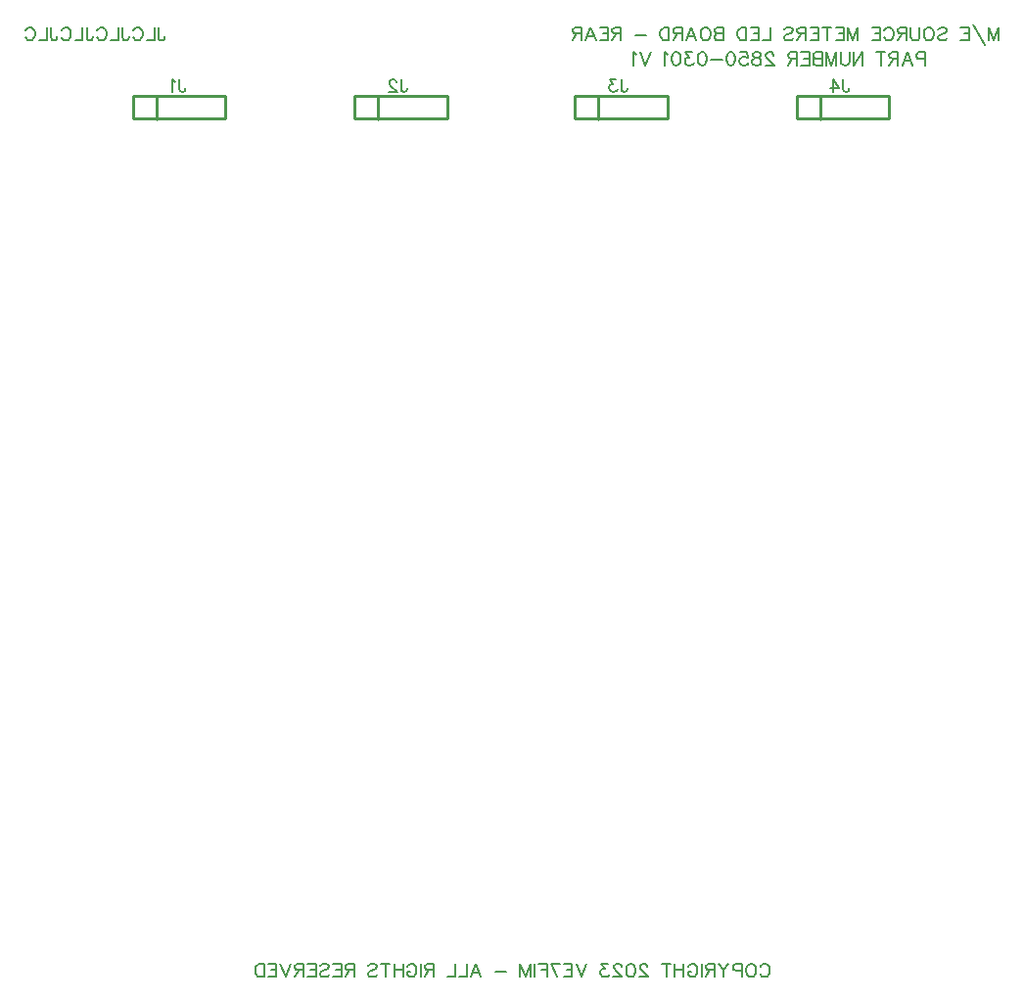
<source format=gbo>
G04 Layer: BottomSilkscreenLayer*
G04 EasyEDA v6.5.29, 2023-07-18 10:38:40*
G04 9c3e5ffd6bc94b6ca845c2a892670007,5a6b42c53f6a479593ecc07194224c93,10*
G04 Gerber Generator version 0.2*
G04 Scale: 100 percent, Rotated: No, Reflected: No *
G04 Dimensions in millimeters *
G04 leading zeros omitted , absolute positions ,4 integer and 5 decimal *
%FSLAX45Y45*%
%MOMM*%

%ADD10C,0.2032*%
%ADD11C,0.2030*%
%ADD12C,0.1524*%
%ADD13C,0.2540*%

%LPD*%
D10*
X1520187Y11576547D02*
G01*
X1520187Y11489171D01*
X1525775Y11472915D01*
X1531109Y11467327D01*
X1542031Y11461993D01*
X1552953Y11461993D01*
X1563875Y11467327D01*
X1569463Y11472915D01*
X1574797Y11489171D01*
X1574797Y11500093D01*
X1484373Y11576547D02*
G01*
X1484373Y11461993D01*
X1484373Y11461993D02*
G01*
X1418841Y11461993D01*
X1300985Y11549115D02*
G01*
X1306319Y11560037D01*
X1317241Y11570959D01*
X1328163Y11576547D01*
X1350007Y11576547D01*
X1360929Y11570959D01*
X1371851Y11560037D01*
X1377439Y11549115D01*
X1382773Y11532859D01*
X1382773Y11505681D01*
X1377439Y11489171D01*
X1371851Y11478249D01*
X1360929Y11467327D01*
X1350007Y11461993D01*
X1328163Y11461993D01*
X1317241Y11467327D01*
X1306319Y11478249D01*
X1300985Y11489171D01*
X1210561Y11576547D02*
G01*
X1210561Y11489171D01*
X1215895Y11472915D01*
X1221229Y11467327D01*
X1232151Y11461993D01*
X1243073Y11461993D01*
X1253995Y11467327D01*
X1259583Y11472915D01*
X1264917Y11489171D01*
X1264917Y11500093D01*
X1174493Y11576547D02*
G01*
X1174493Y11461993D01*
X1174493Y11461993D02*
G01*
X1108961Y11461993D01*
X991105Y11549115D02*
G01*
X996693Y11560037D01*
X1007615Y11570959D01*
X1018537Y11576547D01*
X1040127Y11576547D01*
X1051049Y11570959D01*
X1061971Y11560037D01*
X1067559Y11549115D01*
X1072893Y11532859D01*
X1072893Y11505681D01*
X1067559Y11489171D01*
X1061971Y11478249D01*
X1051049Y11467327D01*
X1040127Y11461993D01*
X1018537Y11461993D01*
X1007615Y11467327D01*
X996693Y11478249D01*
X991105Y11489171D01*
X900681Y11576547D02*
G01*
X900681Y11489171D01*
X906015Y11472915D01*
X911603Y11467327D01*
X922525Y11461993D01*
X933447Y11461993D01*
X944369Y11467327D01*
X949703Y11472915D01*
X955037Y11489171D01*
X955037Y11500093D01*
X864613Y11576547D02*
G01*
X864613Y11461993D01*
X864613Y11461993D02*
G01*
X799081Y11461993D01*
X681225Y11549115D02*
G01*
X686813Y11560037D01*
X697735Y11570959D01*
X708657Y11576547D01*
X730501Y11576547D01*
X741423Y11570959D01*
X752345Y11560037D01*
X757679Y11549115D01*
X763267Y11532859D01*
X763267Y11505681D01*
X757679Y11489171D01*
X752345Y11478249D01*
X741423Y11467327D01*
X730501Y11461993D01*
X708657Y11461993D01*
X697735Y11467327D01*
X686813Y11478249D01*
X681225Y11489171D01*
X590801Y11576547D02*
G01*
X590801Y11489171D01*
X596135Y11472915D01*
X601723Y11467327D01*
X612645Y11461993D01*
X623567Y11461993D01*
X634489Y11467327D01*
X639823Y11472915D01*
X645411Y11489171D01*
X645411Y11500093D01*
X554733Y11576547D02*
G01*
X554733Y11461993D01*
X554733Y11461993D02*
G01*
X489455Y11461993D01*
X371599Y11549115D02*
G01*
X376933Y11560037D01*
X387855Y11570959D01*
X398777Y11576547D01*
X420621Y11576547D01*
X431543Y11570959D01*
X442465Y11560037D01*
X447799Y11549115D01*
X453387Y11532859D01*
X453387Y11505681D01*
X447799Y11489171D01*
X442465Y11478249D01*
X431543Y11467327D01*
X420621Y11461993D01*
X398777Y11461993D01*
X387855Y11467327D01*
X376933Y11478249D01*
X371599Y11489171D01*
X8788400Y11576489D02*
G01*
X8788400Y11461945D01*
X8788400Y11576489D02*
G01*
X8744762Y11461945D01*
X8701128Y11576489D02*
G01*
X8744762Y11461945D01*
X8701128Y11576489D02*
G01*
X8701128Y11461945D01*
X8566945Y11598308D02*
G01*
X8665128Y11423764D01*
X8530945Y11576489D02*
G01*
X8530945Y11461945D01*
X8530945Y11576489D02*
G01*
X8460036Y11576489D01*
X8530945Y11521945D02*
G01*
X8487310Y11521945D01*
X8530945Y11461945D02*
G01*
X8460036Y11461945D01*
X8263674Y11560126D02*
G01*
X8274583Y11571036D01*
X8290946Y11576489D01*
X8312764Y11576489D01*
X8329127Y11571036D01*
X8340036Y11560126D01*
X8340036Y11549217D01*
X8334583Y11538308D01*
X8329127Y11532854D01*
X8318218Y11527399D01*
X8285492Y11516489D01*
X8274583Y11511036D01*
X8269127Y11505582D01*
X8263674Y11494673D01*
X8263674Y11478308D01*
X8274583Y11467399D01*
X8290946Y11461945D01*
X8312764Y11461945D01*
X8329127Y11467399D01*
X8340036Y11478308D01*
X8194946Y11576489D02*
G01*
X8205856Y11571036D01*
X8216765Y11560126D01*
X8222218Y11549217D01*
X8227674Y11532854D01*
X8227674Y11505582D01*
X8222218Y11489217D01*
X8216765Y11478308D01*
X8205856Y11467399D01*
X8194946Y11461945D01*
X8173128Y11461945D01*
X8162218Y11467399D01*
X8151309Y11478308D01*
X8145856Y11489217D01*
X8140400Y11505582D01*
X8140400Y11532854D01*
X8145856Y11549217D01*
X8151309Y11560126D01*
X8162218Y11571036D01*
X8173128Y11576489D01*
X8194946Y11576489D01*
X8104400Y11576489D02*
G01*
X8104400Y11494673D01*
X8098947Y11478308D01*
X8088038Y11467399D01*
X8071672Y11461945D01*
X8060766Y11461945D01*
X8044400Y11467399D01*
X8033491Y11478308D01*
X8028038Y11494673D01*
X8028038Y11576489D01*
X7992038Y11576489D02*
G01*
X7992038Y11461945D01*
X7992038Y11576489D02*
G01*
X7942948Y11576489D01*
X7926583Y11571036D01*
X7921129Y11565582D01*
X7915673Y11554673D01*
X7915673Y11543764D01*
X7921129Y11532854D01*
X7926583Y11527399D01*
X7942948Y11521945D01*
X7992038Y11521945D01*
X7953855Y11521945D02*
G01*
X7915673Y11461945D01*
X7797855Y11549217D02*
G01*
X7803311Y11560126D01*
X7814221Y11571036D01*
X7825130Y11576489D01*
X7846946Y11576489D01*
X7857855Y11571036D01*
X7868765Y11560126D01*
X7874220Y11549217D01*
X7879674Y11532854D01*
X7879674Y11505582D01*
X7874220Y11489217D01*
X7868765Y11478308D01*
X7857855Y11467399D01*
X7846946Y11461945D01*
X7825130Y11461945D01*
X7814221Y11467399D01*
X7803311Y11478308D01*
X7797855Y11489217D01*
X7761856Y11576489D02*
G01*
X7761856Y11461945D01*
X7761856Y11576489D02*
G01*
X7690947Y11576489D01*
X7761856Y11521945D02*
G01*
X7718219Y11521945D01*
X7761856Y11461945D02*
G01*
X7690947Y11461945D01*
X7570947Y11576489D02*
G01*
X7570947Y11461945D01*
X7570947Y11576489D02*
G01*
X7527312Y11461945D01*
X7483675Y11576489D02*
G01*
X7527312Y11461945D01*
X7483675Y11576489D02*
G01*
X7483675Y11461945D01*
X7447676Y11576489D02*
G01*
X7447676Y11461945D01*
X7447676Y11576489D02*
G01*
X7376767Y11576489D01*
X7447676Y11521945D02*
G01*
X7404039Y11521945D01*
X7447676Y11461945D02*
G01*
X7376767Y11461945D01*
X7302583Y11576489D02*
G01*
X7302583Y11461945D01*
X7340767Y11576489D02*
G01*
X7264402Y11576489D01*
X7228403Y11576489D02*
G01*
X7228403Y11461945D01*
X7228403Y11576489D02*
G01*
X7157493Y11576489D01*
X7228403Y11521945D02*
G01*
X7184765Y11521945D01*
X7228403Y11461945D02*
G01*
X7157493Y11461945D01*
X7121494Y11576489D02*
G01*
X7121494Y11461945D01*
X7121494Y11576489D02*
G01*
X7072403Y11576489D01*
X7056038Y11571036D01*
X7050585Y11565582D01*
X7045131Y11554673D01*
X7045131Y11543764D01*
X7050585Y11532854D01*
X7056038Y11527399D01*
X7072403Y11521945D01*
X7121494Y11521945D01*
X7083313Y11521945D02*
G01*
X7045131Y11461945D01*
X6932767Y11560126D02*
G01*
X6943676Y11571036D01*
X6960039Y11576489D01*
X6981858Y11576489D01*
X6998220Y11571036D01*
X7009129Y11560126D01*
X7009129Y11549217D01*
X7003676Y11538308D01*
X6998220Y11532854D01*
X6987313Y11527399D01*
X6954586Y11516489D01*
X6943676Y11511036D01*
X6938220Y11505582D01*
X6932767Y11494673D01*
X6932767Y11478308D01*
X6943676Y11467399D01*
X6960039Y11461945D01*
X6981858Y11461945D01*
X6998220Y11467399D01*
X7009129Y11478308D01*
X6812767Y11576489D02*
G01*
X6812767Y11461945D01*
X6812767Y11461945D02*
G01*
X6747314Y11461945D01*
X6711312Y11576489D02*
G01*
X6711312Y11461945D01*
X6711312Y11576489D02*
G01*
X6640403Y11576489D01*
X6711312Y11521945D02*
G01*
X6667677Y11521945D01*
X6711312Y11461945D02*
G01*
X6640403Y11461945D01*
X6604403Y11576489D02*
G01*
X6604403Y11461945D01*
X6604403Y11576489D02*
G01*
X6566222Y11576489D01*
X6549859Y11571036D01*
X6538950Y11560126D01*
X6533494Y11549217D01*
X6528041Y11532854D01*
X6528041Y11505582D01*
X6533494Y11489217D01*
X6538950Y11478308D01*
X6549859Y11467399D01*
X6566222Y11461945D01*
X6604403Y11461945D01*
X6408041Y11576489D02*
G01*
X6408041Y11461945D01*
X6408041Y11576489D02*
G01*
X6358950Y11576489D01*
X6342585Y11571036D01*
X6337132Y11565582D01*
X6331676Y11554673D01*
X6331676Y11543764D01*
X6337132Y11532854D01*
X6342585Y11527399D01*
X6358950Y11521945D01*
X6408041Y11521945D02*
G01*
X6358950Y11521945D01*
X6342585Y11516489D01*
X6337132Y11511036D01*
X6331676Y11500126D01*
X6331676Y11483764D01*
X6337132Y11472854D01*
X6342585Y11467399D01*
X6358950Y11461945D01*
X6408041Y11461945D01*
X6262951Y11576489D02*
G01*
X6273858Y11571036D01*
X6284767Y11560126D01*
X6290223Y11549217D01*
X6295677Y11532854D01*
X6295677Y11505582D01*
X6290223Y11489217D01*
X6284767Y11478308D01*
X6273858Y11467399D01*
X6262951Y11461945D01*
X6241133Y11461945D01*
X6230223Y11467399D01*
X6219314Y11478308D01*
X6213858Y11489217D01*
X6208405Y11505582D01*
X6208405Y11532854D01*
X6213858Y11549217D01*
X6219314Y11560126D01*
X6230223Y11571036D01*
X6241133Y11576489D01*
X6262951Y11576489D01*
X6128768Y11576489D02*
G01*
X6172405Y11461945D01*
X6128768Y11576489D02*
G01*
X6085133Y11461945D01*
X6156040Y11500126D02*
G01*
X6101496Y11500126D01*
X6049131Y11576489D02*
G01*
X6049131Y11461945D01*
X6049131Y11576489D02*
G01*
X6000041Y11576489D01*
X5983678Y11571036D01*
X5978222Y11565582D01*
X5972769Y11554673D01*
X5972769Y11543764D01*
X5978222Y11532854D01*
X5983678Y11527399D01*
X6000041Y11521945D01*
X6049131Y11521945D01*
X6010950Y11521945D02*
G01*
X5972769Y11461945D01*
X5936769Y11576489D02*
G01*
X5936769Y11461945D01*
X5936769Y11576489D02*
G01*
X5898588Y11576489D01*
X5882223Y11571036D01*
X5871314Y11560126D01*
X5865860Y11549217D01*
X5860404Y11532854D01*
X5860404Y11505582D01*
X5865860Y11489217D01*
X5871314Y11478308D01*
X5882223Y11467399D01*
X5898588Y11461945D01*
X5936769Y11461945D01*
X5740405Y11511036D02*
G01*
X5642223Y11511036D01*
X5522224Y11576489D02*
G01*
X5522224Y11461945D01*
X5522224Y11576489D02*
G01*
X5473133Y11576489D01*
X5456770Y11571036D01*
X5451314Y11565582D01*
X5445861Y11554673D01*
X5445861Y11543764D01*
X5451314Y11532854D01*
X5456770Y11527399D01*
X5473133Y11521945D01*
X5522224Y11521945D01*
X5484042Y11521945D02*
G01*
X5445861Y11461945D01*
X5409862Y11576489D02*
G01*
X5409862Y11461945D01*
X5409862Y11576489D02*
G01*
X5338952Y11576489D01*
X5409862Y11521945D02*
G01*
X5366224Y11521945D01*
X5409862Y11461945D02*
G01*
X5338952Y11461945D01*
X5259316Y11576489D02*
G01*
X5302953Y11461945D01*
X5259316Y11576489D02*
G01*
X5215679Y11461945D01*
X5286588Y11500126D02*
G01*
X5232044Y11500126D01*
X5179679Y11576489D02*
G01*
X5179679Y11461945D01*
X5179679Y11576489D02*
G01*
X5130589Y11576489D01*
X5114226Y11571036D01*
X5108770Y11565582D01*
X5103317Y11554673D01*
X5103317Y11543764D01*
X5108770Y11532854D01*
X5114226Y11527399D01*
X5130589Y11521945D01*
X5179679Y11521945D01*
X5141498Y11521945D02*
G01*
X5103317Y11461945D01*
X8153400Y11360589D02*
G01*
X8153400Y11246045D01*
X8153400Y11360589D02*
G01*
X8104309Y11360589D01*
X8087946Y11355136D01*
X8082490Y11349682D01*
X8077037Y11338773D01*
X8077037Y11322408D01*
X8082490Y11311498D01*
X8087946Y11306045D01*
X8104309Y11300589D01*
X8153400Y11300589D01*
X7997400Y11360589D02*
G01*
X8041035Y11246045D01*
X7997400Y11360589D02*
G01*
X7953763Y11246045D01*
X8024672Y11284226D02*
G01*
X7970128Y11284226D01*
X7917764Y11360589D02*
G01*
X7917764Y11246045D01*
X7917764Y11360589D02*
G01*
X7868673Y11360589D01*
X7852310Y11355136D01*
X7846855Y11349682D01*
X7841401Y11338773D01*
X7841401Y11327864D01*
X7846855Y11316954D01*
X7852310Y11311498D01*
X7868673Y11306045D01*
X7917764Y11306045D01*
X7879582Y11306045D02*
G01*
X7841401Y11246045D01*
X7767218Y11360589D02*
G01*
X7767218Y11246045D01*
X7805399Y11360589D02*
G01*
X7729037Y11360589D01*
X7609037Y11360589D02*
G01*
X7609037Y11246045D01*
X7609037Y11360589D02*
G01*
X7532674Y11246045D01*
X7532674Y11360589D02*
G01*
X7532674Y11246045D01*
X7496672Y11360589D02*
G01*
X7496672Y11278773D01*
X7491219Y11262408D01*
X7480310Y11251498D01*
X7463947Y11246045D01*
X7453038Y11246045D01*
X7436672Y11251498D01*
X7425766Y11262408D01*
X7420310Y11278773D01*
X7420310Y11360589D01*
X7384310Y11360589D02*
G01*
X7384310Y11246045D01*
X7384310Y11360589D02*
G01*
X7340673Y11246045D01*
X7297038Y11360589D02*
G01*
X7340673Y11246045D01*
X7297038Y11360589D02*
G01*
X7297038Y11246045D01*
X7261037Y11360589D02*
G01*
X7261037Y11246045D01*
X7261037Y11360589D02*
G01*
X7211946Y11360589D01*
X7195583Y11355136D01*
X7190130Y11349682D01*
X7184674Y11338773D01*
X7184674Y11327864D01*
X7190130Y11316954D01*
X7195583Y11311498D01*
X7211946Y11306045D01*
X7261037Y11306045D02*
G01*
X7211946Y11306045D01*
X7195583Y11300589D01*
X7190130Y11295136D01*
X7184674Y11284226D01*
X7184674Y11267864D01*
X7190130Y11256954D01*
X7195583Y11251498D01*
X7211946Y11246045D01*
X7261037Y11246045D01*
X7148675Y11360589D02*
G01*
X7148675Y11246045D01*
X7148675Y11360589D02*
G01*
X7077765Y11360589D01*
X7148675Y11306045D02*
G01*
X7105037Y11306045D01*
X7148675Y11246045D02*
G01*
X7077765Y11246045D01*
X7041766Y11360589D02*
G01*
X7041766Y11246045D01*
X7041766Y11360589D02*
G01*
X6992675Y11360589D01*
X6976310Y11355136D01*
X6970857Y11349682D01*
X6965401Y11338773D01*
X6965401Y11327864D01*
X6970857Y11316954D01*
X6976310Y11311498D01*
X6992675Y11306045D01*
X7041766Y11306045D01*
X7003585Y11306045D02*
G01*
X6965401Y11246045D01*
X6839948Y11333317D02*
G01*
X6839948Y11338773D01*
X6834492Y11349682D01*
X6829038Y11355136D01*
X6818129Y11360589D01*
X6796311Y11360589D01*
X6785401Y11355136D01*
X6779948Y11349682D01*
X6774492Y11338773D01*
X6774492Y11327864D01*
X6779948Y11316954D01*
X6790857Y11300589D01*
X6845401Y11246045D01*
X6769039Y11246045D01*
X6705767Y11360589D02*
G01*
X6722130Y11355136D01*
X6727583Y11344226D01*
X6727583Y11333317D01*
X6722130Y11322408D01*
X6711221Y11316954D01*
X6689402Y11311498D01*
X6673039Y11306045D01*
X6662130Y11295136D01*
X6656674Y11284226D01*
X6656674Y11267864D01*
X6662130Y11256954D01*
X6667583Y11251498D01*
X6683949Y11246045D01*
X6705767Y11246045D01*
X6722130Y11251498D01*
X6727583Y11256954D01*
X6733039Y11267864D01*
X6733039Y11284226D01*
X6727583Y11295136D01*
X6716674Y11306045D01*
X6700311Y11311498D01*
X6678493Y11316954D01*
X6667583Y11322408D01*
X6662130Y11333317D01*
X6662130Y11344226D01*
X6667583Y11355136D01*
X6683949Y11360589D01*
X6705767Y11360589D01*
X6555221Y11360589D02*
G01*
X6609765Y11360589D01*
X6615221Y11311498D01*
X6609765Y11316954D01*
X6593403Y11322408D01*
X6577040Y11322408D01*
X6560675Y11316954D01*
X6549765Y11306045D01*
X6544312Y11289682D01*
X6544312Y11278773D01*
X6549765Y11262408D01*
X6560675Y11251498D01*
X6577040Y11246045D01*
X6593403Y11246045D01*
X6609765Y11251498D01*
X6615221Y11256954D01*
X6620675Y11267864D01*
X6475585Y11360589D02*
G01*
X6491947Y11355136D01*
X6502857Y11338773D01*
X6508313Y11311498D01*
X6508313Y11295136D01*
X6502857Y11267864D01*
X6491947Y11251498D01*
X6475585Y11246045D01*
X6464675Y11246045D01*
X6448313Y11251498D01*
X6437403Y11267864D01*
X6431948Y11295136D01*
X6431948Y11311498D01*
X6437403Y11338773D01*
X6448313Y11355136D01*
X6464675Y11360589D01*
X6475585Y11360589D01*
X6395948Y11295136D02*
G01*
X6297767Y11295136D01*
X6229040Y11360589D02*
G01*
X6245402Y11355136D01*
X6256312Y11338773D01*
X6261768Y11311498D01*
X6261768Y11295136D01*
X6256312Y11267864D01*
X6245402Y11251498D01*
X6229040Y11246045D01*
X6218130Y11246045D01*
X6201768Y11251498D01*
X6190858Y11267864D01*
X6185402Y11295136D01*
X6185402Y11311498D01*
X6190858Y11338773D01*
X6201768Y11355136D01*
X6218130Y11360589D01*
X6229040Y11360589D01*
X6138494Y11360589D02*
G01*
X6078494Y11360589D01*
X6111222Y11316954D01*
X6094859Y11316954D01*
X6083950Y11311498D01*
X6078494Y11306045D01*
X6073040Y11289682D01*
X6073040Y11278773D01*
X6078494Y11262408D01*
X6089403Y11251498D01*
X6105768Y11246045D01*
X6122131Y11246045D01*
X6138494Y11251498D01*
X6143950Y11256954D01*
X6149403Y11267864D01*
X6004313Y11360589D02*
G01*
X6020676Y11355136D01*
X6031585Y11338773D01*
X6037041Y11311498D01*
X6037041Y11295136D01*
X6031585Y11267864D01*
X6020676Y11251498D01*
X6004313Y11246045D01*
X5993404Y11246045D01*
X5977041Y11251498D01*
X5966132Y11267864D01*
X5960676Y11295136D01*
X5960676Y11311498D01*
X5966132Y11338773D01*
X5977041Y11355136D01*
X5993404Y11360589D01*
X6004313Y11360589D01*
X5924677Y11338773D02*
G01*
X5913767Y11344226D01*
X5897405Y11360589D01*
X5897405Y11246045D01*
X5777405Y11360589D02*
G01*
X5733768Y11246045D01*
X5690133Y11360589D02*
G01*
X5733768Y11246045D01*
X5654131Y11338773D02*
G01*
X5643222Y11344226D01*
X5626859Y11360589D01*
X5626859Y11246045D01*
D11*
X6725381Y3446617D02*
G01*
X6730837Y3457526D01*
X6741746Y3468436D01*
X6752653Y3473889D01*
X6774472Y3473889D01*
X6785381Y3468436D01*
X6796290Y3457526D01*
X6801746Y3446617D01*
X6807200Y3430254D01*
X6807200Y3402982D01*
X6801746Y3386617D01*
X6796290Y3375708D01*
X6785381Y3364799D01*
X6774472Y3359345D01*
X6752653Y3359345D01*
X6741746Y3364799D01*
X6730837Y3375708D01*
X6725381Y3386617D01*
X6656654Y3473889D02*
G01*
X6667563Y3468436D01*
X6678472Y3457526D01*
X6683928Y3446617D01*
X6689382Y3430254D01*
X6689382Y3402982D01*
X6683928Y3386617D01*
X6678472Y3375708D01*
X6667563Y3364799D01*
X6656654Y3359345D01*
X6634835Y3359345D01*
X6623928Y3364799D01*
X6613019Y3375708D01*
X6607563Y3386617D01*
X6602110Y3402982D01*
X6602110Y3430254D01*
X6607563Y3446617D01*
X6613019Y3457526D01*
X6623928Y3468436D01*
X6634835Y3473889D01*
X6656654Y3473889D01*
X6566110Y3473889D02*
G01*
X6566110Y3359345D01*
X6566110Y3473889D02*
G01*
X6517017Y3473889D01*
X6500655Y3468436D01*
X6495200Y3462982D01*
X6489745Y3452073D01*
X6489745Y3435708D01*
X6495200Y3424799D01*
X6500655Y3419345D01*
X6517017Y3413889D01*
X6566110Y3413889D01*
X6453746Y3473889D02*
G01*
X6410109Y3419345D01*
X6410109Y3359345D01*
X6366474Y3473889D02*
G01*
X6410109Y3419345D01*
X6330472Y3473889D02*
G01*
X6330472Y3359345D01*
X6330472Y3473889D02*
G01*
X6281381Y3473889D01*
X6265019Y3468436D01*
X6259565Y3462982D01*
X6254109Y3452073D01*
X6254109Y3441164D01*
X6259565Y3430254D01*
X6265019Y3424799D01*
X6281381Y3419345D01*
X6330472Y3419345D01*
X6292291Y3419345D02*
G01*
X6254109Y3359345D01*
X6218110Y3473889D02*
G01*
X6218110Y3359345D01*
X6100292Y3446617D02*
G01*
X6105745Y3457526D01*
X6116655Y3468436D01*
X6127564Y3473889D01*
X6149383Y3473889D01*
X6160292Y3468436D01*
X6171201Y3457526D01*
X6176655Y3446617D01*
X6182111Y3430254D01*
X6182111Y3402982D01*
X6176655Y3386617D01*
X6171201Y3375708D01*
X6160292Y3364799D01*
X6149383Y3359345D01*
X6127564Y3359345D01*
X6116655Y3364799D01*
X6105745Y3375708D01*
X6100292Y3386617D01*
X6100292Y3402982D01*
X6127564Y3402982D02*
G01*
X6100292Y3402982D01*
X6064293Y3473889D02*
G01*
X6064293Y3359345D01*
X5987928Y3473889D02*
G01*
X5987928Y3359345D01*
X6064293Y3419345D02*
G01*
X5987928Y3419345D01*
X5913747Y3473889D02*
G01*
X5913747Y3359345D01*
X5951928Y3473889D02*
G01*
X5875566Y3473889D01*
X5750110Y3446617D02*
G01*
X5750110Y3452073D01*
X5744657Y3462982D01*
X5739201Y3468436D01*
X5728291Y3473889D01*
X5706475Y3473889D01*
X5695566Y3468436D01*
X5690110Y3462982D01*
X5684657Y3452073D01*
X5684657Y3441164D01*
X5690110Y3430254D01*
X5701019Y3413889D01*
X5755566Y3359345D01*
X5679201Y3359345D01*
X5610473Y3473889D02*
G01*
X5626839Y3468436D01*
X5637748Y3452073D01*
X5643201Y3424799D01*
X5643201Y3408436D01*
X5637748Y3381164D01*
X5626839Y3364799D01*
X5610473Y3359345D01*
X5599567Y3359345D01*
X5583201Y3364799D01*
X5572292Y3381164D01*
X5566839Y3408436D01*
X5566839Y3424799D01*
X5572292Y3452073D01*
X5583201Y3468436D01*
X5599567Y3473889D01*
X5610473Y3473889D01*
X5525383Y3446617D02*
G01*
X5525383Y3452073D01*
X5519930Y3462982D01*
X5514474Y3468436D01*
X5503565Y3473889D01*
X5481749Y3473889D01*
X5470839Y3468436D01*
X5465384Y3462982D01*
X5459930Y3452073D01*
X5459930Y3441164D01*
X5465384Y3430254D01*
X5476293Y3413889D01*
X5530839Y3359345D01*
X5454474Y3359345D01*
X5407566Y3473889D02*
G01*
X5347566Y3473889D01*
X5380294Y3430254D01*
X5363931Y3430254D01*
X5353022Y3424799D01*
X5347566Y3419345D01*
X5342112Y3402982D01*
X5342112Y3392073D01*
X5347566Y3375708D01*
X5358475Y3364799D01*
X5374838Y3359345D01*
X5391203Y3359345D01*
X5407566Y3364799D01*
X5413021Y3370254D01*
X5418475Y3381164D01*
X5222113Y3473889D02*
G01*
X5178475Y3359345D01*
X5134838Y3473889D02*
G01*
X5178475Y3359345D01*
X5098839Y3473889D02*
G01*
X5098839Y3359345D01*
X5098839Y3473889D02*
G01*
X5027929Y3473889D01*
X5098839Y3419345D02*
G01*
X5055204Y3419345D01*
X5098839Y3359345D02*
G01*
X5027929Y3359345D01*
X4915568Y3473889D02*
G01*
X4970111Y3359345D01*
X4991930Y3473889D02*
G01*
X4915568Y3473889D01*
X4879568Y3473889D02*
G01*
X4879568Y3359345D01*
X4879568Y3473889D02*
G01*
X4808659Y3473889D01*
X4879568Y3419345D02*
G01*
X4835931Y3419345D01*
X4772657Y3473889D02*
G01*
X4772657Y3359345D01*
X4736658Y3473889D02*
G01*
X4736658Y3359345D01*
X4736658Y3473889D02*
G01*
X4693023Y3359345D01*
X4649386Y3473889D02*
G01*
X4693023Y3359345D01*
X4649386Y3473889D02*
G01*
X4649386Y3359345D01*
X4529386Y3408436D02*
G01*
X4431205Y3408436D01*
X4267568Y3473889D02*
G01*
X4311205Y3359345D01*
X4267568Y3473889D02*
G01*
X4223933Y3359345D01*
X4294840Y3397526D02*
G01*
X4240296Y3397526D01*
X4187931Y3473889D02*
G01*
X4187931Y3359345D01*
X4187931Y3359345D02*
G01*
X4122478Y3359345D01*
X4086479Y3473889D02*
G01*
X4086479Y3359345D01*
X4086479Y3359345D02*
G01*
X4021023Y3359345D01*
X3901023Y3473889D02*
G01*
X3901023Y3359345D01*
X3901023Y3473889D02*
G01*
X3851932Y3473889D01*
X3835570Y3468436D01*
X3830114Y3462982D01*
X3824660Y3452073D01*
X3824660Y3441164D01*
X3830114Y3430254D01*
X3835570Y3424799D01*
X3851932Y3419345D01*
X3901023Y3419345D01*
X3862842Y3419345D02*
G01*
X3824660Y3359345D01*
X3788661Y3473889D02*
G01*
X3788661Y3359345D01*
X3670843Y3446617D02*
G01*
X3676296Y3457526D01*
X3687206Y3468436D01*
X3698115Y3473889D01*
X3719934Y3473889D01*
X3730843Y3468436D01*
X3741752Y3457526D01*
X3747206Y3446617D01*
X3752659Y3430254D01*
X3752659Y3402982D01*
X3747206Y3386617D01*
X3741752Y3375708D01*
X3730843Y3364799D01*
X3719934Y3359345D01*
X3698115Y3359345D01*
X3687206Y3364799D01*
X3676296Y3375708D01*
X3670843Y3386617D01*
X3670843Y3402982D01*
X3698115Y3402982D02*
G01*
X3670843Y3402982D01*
X3634841Y3473889D02*
G01*
X3634841Y3359345D01*
X3558479Y3473889D02*
G01*
X3558479Y3359345D01*
X3634841Y3419345D02*
G01*
X3558479Y3419345D01*
X3484298Y3473889D02*
G01*
X3484298Y3359345D01*
X3522479Y3473889D02*
G01*
X3446117Y3473889D01*
X3333752Y3457526D02*
G01*
X3344661Y3468436D01*
X3361024Y3473889D01*
X3382843Y3473889D01*
X3399205Y3468436D01*
X3410115Y3457526D01*
X3410115Y3446617D01*
X3404661Y3435708D01*
X3399205Y3430254D01*
X3388296Y3424799D01*
X3355571Y3413889D01*
X3344661Y3408436D01*
X3339205Y3402982D01*
X3333752Y3392073D01*
X3333752Y3375708D01*
X3344661Y3364799D01*
X3361024Y3359345D01*
X3382843Y3359345D01*
X3399205Y3364799D01*
X3410115Y3375708D01*
X3213752Y3473889D02*
G01*
X3213752Y3359345D01*
X3213752Y3473889D02*
G01*
X3164662Y3473889D01*
X3148296Y3468436D01*
X3142843Y3462982D01*
X3137390Y3452073D01*
X3137390Y3441164D01*
X3142843Y3430254D01*
X3148296Y3424799D01*
X3164662Y3419345D01*
X3213752Y3419345D01*
X3175571Y3419345D02*
G01*
X3137390Y3359345D01*
X3101388Y3473889D02*
G01*
X3101388Y3359345D01*
X3101388Y3473889D02*
G01*
X3030479Y3473889D01*
X3101388Y3419345D02*
G01*
X3057753Y3419345D01*
X3101388Y3359345D02*
G01*
X3030479Y3359345D01*
X2918117Y3457526D02*
G01*
X2929026Y3468436D01*
X2945389Y3473889D01*
X2967207Y3473889D01*
X2983570Y3468436D01*
X2994479Y3457526D01*
X2994479Y3446617D01*
X2989026Y3435708D01*
X2983570Y3430254D01*
X2972661Y3424799D01*
X2939935Y3413889D01*
X2929026Y3408436D01*
X2923570Y3402982D01*
X2918117Y3392073D01*
X2918117Y3375708D01*
X2929026Y3364799D01*
X2945389Y3359345D01*
X2967207Y3359345D01*
X2983570Y3364799D01*
X2994479Y3375708D01*
X2882117Y3473889D02*
G01*
X2882117Y3359345D01*
X2882117Y3473889D02*
G01*
X2811208Y3473889D01*
X2882117Y3419345D02*
G01*
X2838480Y3419345D01*
X2882117Y3359345D02*
G01*
X2811208Y3359345D01*
X2775209Y3473889D02*
G01*
X2775209Y3359345D01*
X2775209Y3473889D02*
G01*
X2726118Y3473889D01*
X2709753Y3468436D01*
X2704299Y3462982D01*
X2698843Y3452073D01*
X2698843Y3441164D01*
X2704299Y3430254D01*
X2709753Y3424799D01*
X2726118Y3419345D01*
X2775209Y3419345D01*
X2737025Y3419345D02*
G01*
X2698843Y3359345D01*
X2662844Y3473889D02*
G01*
X2619207Y3359345D01*
X2575572Y3473889D02*
G01*
X2619207Y3359345D01*
X2539573Y3473889D02*
G01*
X2539573Y3359345D01*
X2539573Y3473889D02*
G01*
X2468664Y3473889D01*
X2539573Y3419345D02*
G01*
X2495936Y3419345D01*
X2539573Y3359345D02*
G01*
X2468664Y3359345D01*
X2432662Y3473889D02*
G01*
X2432662Y3359345D01*
X2432662Y3473889D02*
G01*
X2394480Y3473889D01*
X2378118Y3468436D01*
X2367208Y3457526D01*
X2361755Y3446617D01*
X2356299Y3430254D01*
X2356299Y3402982D01*
X2361755Y3386617D01*
X2367208Y3375708D01*
X2378118Y3364799D01*
X2394480Y3359345D01*
X2432662Y3359345D01*
D12*
X3618369Y11126238D02*
G01*
X3618369Y11043112D01*
X3623566Y11027524D01*
X3628760Y11022329D01*
X3639151Y11017135D01*
X3649543Y11017135D01*
X3659934Y11022329D01*
X3665131Y11027524D01*
X3670325Y11043112D01*
X3670325Y11053503D01*
X3578885Y11100262D02*
G01*
X3578885Y11105456D01*
X3573691Y11115847D01*
X3568494Y11121044D01*
X3558103Y11126238D01*
X3537320Y11126238D01*
X3526929Y11121044D01*
X3521735Y11115847D01*
X3516541Y11105456D01*
X3516541Y11095065D01*
X3521735Y11084674D01*
X3532126Y11069088D01*
X3584079Y11017135D01*
X3511344Y11017135D01*
X5523369Y11126238D02*
G01*
X5523369Y11043112D01*
X5528566Y11027524D01*
X5533760Y11022329D01*
X5544151Y11017135D01*
X5554543Y11017135D01*
X5564934Y11022329D01*
X5570131Y11027524D01*
X5575325Y11043112D01*
X5575325Y11053503D01*
X5478691Y11126238D02*
G01*
X5421541Y11126238D01*
X5452711Y11084674D01*
X5437126Y11084674D01*
X5426735Y11079479D01*
X5421541Y11074285D01*
X5416344Y11058697D01*
X5416344Y11048306D01*
X5421541Y11032721D01*
X5431929Y11022329D01*
X5447517Y11017135D01*
X5463103Y11017135D01*
X5478691Y11022329D01*
X5483885Y11027524D01*
X5489079Y11037915D01*
X7441069Y11126238D02*
G01*
X7441069Y11043112D01*
X7446266Y11027524D01*
X7451460Y11022329D01*
X7461851Y11017135D01*
X7472243Y11017135D01*
X7482634Y11022329D01*
X7487831Y11027524D01*
X7493025Y11043112D01*
X7493025Y11053503D01*
X7354826Y11126238D02*
G01*
X7406779Y11053503D01*
X7328849Y11053503D01*
X7354826Y11126238D02*
G01*
X7354826Y11017135D01*
X1700659Y11126249D02*
G01*
X1700659Y11043122D01*
X1705856Y11027534D01*
X1711050Y11022340D01*
X1721441Y11017145D01*
X1731832Y11017145D01*
X1742224Y11022340D01*
X1747420Y11027534D01*
X1752615Y11043122D01*
X1752615Y11053513D01*
X1666369Y11105466D02*
G01*
X1655980Y11110663D01*
X1640392Y11126249D01*
X1640392Y11017145D01*
D13*
X3422599Y10782300D02*
G01*
X3422599Y10972800D01*
X3219500Y10783900D02*
G01*
X4019499Y10783900D01*
X4019499Y10983899D01*
X3219500Y10983899D01*
X3219500Y10783900D01*
X5327599Y10782300D02*
G01*
X5327599Y10972800D01*
X5124500Y10783900D02*
G01*
X5924499Y10783900D01*
X5924499Y10983899D01*
X5124500Y10983899D01*
X5124500Y10783900D01*
X7245299Y10782300D02*
G01*
X7245299Y10972800D01*
X7042200Y10783900D02*
G01*
X7842199Y10783900D01*
X7842199Y10983899D01*
X7042200Y10983899D01*
X7042200Y10783900D01*
X1504899Y10782300D02*
G01*
X1504899Y10972800D01*
X1301800Y10783900D02*
G01*
X2101799Y10783900D01*
X2101799Y10983899D01*
X1301800Y10983899D01*
X1301800Y10783900D01*
M02*

</source>
